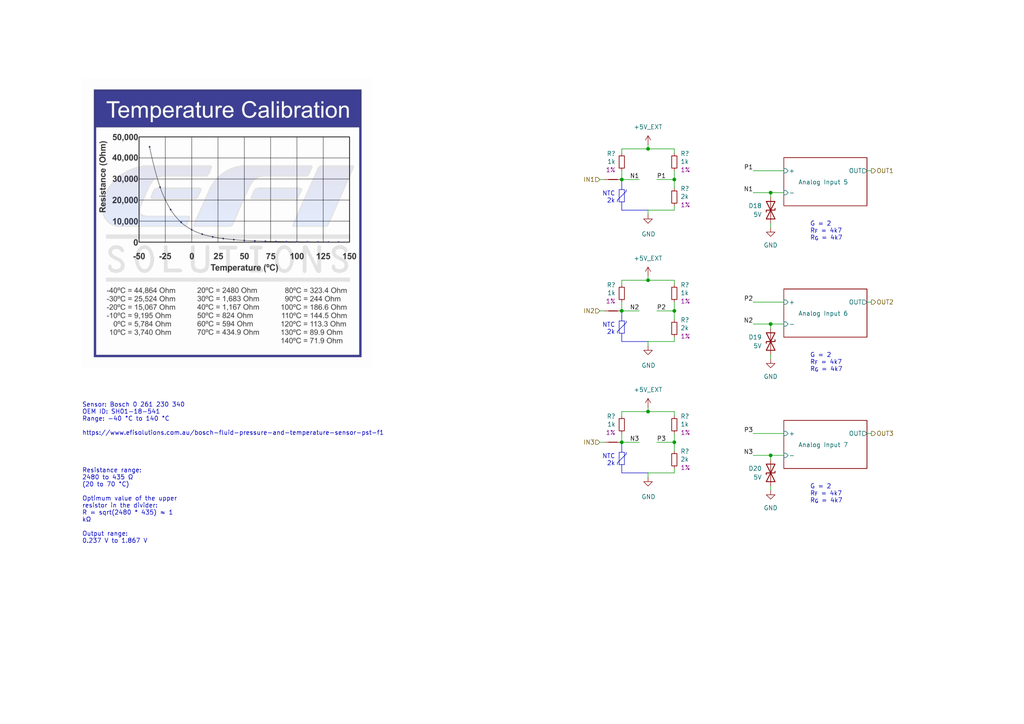
<source format=kicad_sch>
(kicad_sch (version 20230121) (generator eeschema)
  (paper "A4")
  (title_block (title "Temperature Sensors") (date "2024-04-28") (rev "${REVISION}") (company "Author: I. Kajdan") (comment 1 "Reviewer:"))
  (lib_symbols
    (symbol "Device:D_TVS" (pin_numbers hide) (pin_names (offset 1.016) hide)
      (property "Reference" "D" (at 0 2.54 0))
      (property "Value" "D_TVS" (at 0 -2.54 0))
      (symbol "D_TVS_0_1"
        (polyline (pts (xy 1.27 0) (xy -1.27 0)))
        (polyline (pts (xy 0.508 1.27) (xy 0 1.27) (xy 0 -1.27) (xy -0.508 -1.27)) (stroke (width 0.254)))
        (polyline (pts (xy -2.54 1.27) (xy -2.54 -1.27) (xy 2.54 1.27) (xy 2.54 -1.27) (xy -2.54 1.27)) (stroke (width 0.254)))
      )
      (symbol "D_TVS_1_1"
        (pin passive line (at -3.81 0 0) (length 2.54) (name "A1") (number "1"))
        (pin passive line (at 3.81 0 180) (length 2.54) (name "A2") (number "2"))
      )
    )
    (symbol "Device:NetTie_2" (pin_numbers hide) (pin_names (offset 0) hide) (in_bom no)
      (property "Reference" "NT" (at 0 1.27 0))
      (property "Value" "NetTie_2" (at 0 -1.27 0))
      (symbol "NetTie_2_0_1"
        (polyline (pts (xy -1.27 0) (xy 1.27 0)) (stroke (width 0.254)))
      )
      (symbol "NetTie_2_1_1"
        (pin passive line (at -2.54 0 0) (length 2.54) (name "1") (number "1"))
        (pin passive line (at 2.54 0 180) (length 2.54) (name "2") (number "2"))
      )
    )
    (symbol "Device:R_Small" (pin_numbers hide) (pin_names (offset 0.254) hide)
      (property "Reference" "R" (at 0.762 0.508 0))
      (property "Value" "R_Small" (at 0.762 -1.016 0))
      (symbol "R_Small_0_1"
        (rectangle (start -0.762 1.778) (end 0.762 -1.778) (stroke (width 0.2032)))
      )
      (symbol "R_Small_1_1"
        (pin passive line (at 0 2.54 270) (length 0.762) (name "~") (number "1"))
        (pin passive line (at 0 -2.54 90) (length 0.762) (name "~") (number "2"))
      )
    )
    (symbol "Power_Ports:+5V_EXT" (power) (pin_names (offset 0))
      (property "Value" "+5V_EXT" (at 0 5.08 0))
      (symbol "+5V_EXT_0_1"
        (polyline (pts (xy -0.762 1.27) (xy 0 2.54)))
        (polyline (pts (xy 0 0) (xy 0 2.54)))
        (polyline (pts (xy 0 2.54) (xy 0.762 1.27)))
      )
      (symbol "+5V_EXT_1_1"
        (pin power_in line (at 0 0 90) (length 0) hide (name "+5V_EXT") (number "1"))
      )
    )
    (symbol "power:GND" (power) (pin_names (offset 0))
      (property "Value" "GND" (at 0 -3.81 0))
      (symbol "GND_0_1"
        (polyline (pts (xy 0 0) (xy 0 -1.27) (xy 1.27 -1.27) (xy 0 -2.54) (xy -1.27 -1.27) (xy 0 -1.27)))
      )
      (symbol "GND_1_1"
        (pin power_in line (at 0 0 270) (length 0) hide (name "GND") (number "1"))
      )
    )
  )
  (junction (at 195.58 52.07))
  (junction (at 195.58 90.17))
  (junction (at 223.52 132.08))
  (junction (at 187.96 81.28))
  (junction (at 180.34 52.07))
  (junction (at 195.58 128.27))
  (junction (at 180.34 90.17))
  (junction (at 180.34 128.27))
  (junction (at 187.96 119.38))
  (junction (at 223.52 93.98))
  (junction (at 187.96 43.18))
  (junction (at 223.52 55.88))
  (wire (pts (xy 218.44 125.73) (xy 227.33 125.73)))
  (wire (pts (xy 195.58 97.79) (xy 195.58 99.06)))
  (wire (pts (xy 187.96 60.96) (xy 187.96 62.23)))
  (wire (pts (xy 195.58 128.27) (xy 190.5 128.27)))
  (wire (pts (xy 180.34 119.38) (xy 180.34 120.65)))
  (wire (pts (xy 180.34 90.17) (xy 185.42 90.17)))
  (wire (pts (xy 195.58 125.73) (xy 195.58 128.27)))
  (polyline (pts (xy 179.578 54.991) (xy 181.102 54.991)))
  (polyline (pts (xy 180.34 90.17) (xy 180.34 93.091)))
  (wire (pts (xy 195.58 43.18) (xy 195.58 44.45)))
  (polyline (pts (xy 179.578 131.191) (xy 179.578 134.747)))
  (wire (pts (xy 223.52 66.04) (xy 223.52 64.77)))
  (wire (pts (xy 223.52 55.88) (xy 223.52 57.15)))
  (polyline (pts (xy 179.578 93.091) (xy 179.578 96.647)))
  (wire (pts (xy 251.46 87.63) (xy 252.73 87.63)))
  (wire (pts (xy 180.34 128.27) (xy 185.42 128.27)))
  (wire (pts (xy 195.58 81.28) (xy 195.58 82.55)))
  (wire (pts (xy 180.34 43.18) (xy 180.34 44.45)))
  (wire (pts (xy 223.52 93.98) (xy 223.52 95.25)))
  (polyline (pts (xy 179.07 58.039) (xy 179.07 58.547)))
  (wire (pts (xy 187.96 60.96) (xy 195.58 60.96)))
  (wire (pts (xy 223.52 142.24) (xy 223.52 140.97)))
  (polyline (pts (xy 180.34 96.647) (xy 180.34 99.06)))
  (polyline (pts (xy 187.96 99.06) (xy 180.34 99.06)))
  (wire (pts (xy 180.34 81.28) (xy 180.34 82.55)))
  (polyline (pts (xy 181.61 93.091) (xy 181.61 93.599)))
  (polyline (pts (xy 180.34 58.547) (xy 180.34 60.96)))
  (polyline (pts (xy 181.61 131.191) (xy 181.61 131.699)))
  (polyline (pts (xy 180.34 52.07) (xy 180.34 54.991)))
  (wire (pts (xy 187.96 43.18) (xy 195.58 43.18)))
  (polyline (pts (xy 181.102 131.191) (xy 181.102 134.747)))
  (wire (pts (xy 187.96 99.06) (xy 195.58 99.06)))
  (wire (pts (xy 195.58 119.38) (xy 195.58 120.65)))
  (wire (pts (xy 173.99 52.07) (xy 175.26 52.07)))
  (wire (pts (xy 187.96 137.16) (xy 195.58 137.16)))
  (wire (pts (xy 187.96 99.06) (xy 187.96 100.33)))
  (polyline (pts (xy 179.578 54.991) (xy 179.578 58.547)))
  (polyline (pts (xy 179.07 134.239) (xy 179.07 134.747)))
  (wire (pts (xy 187.96 118.11) (xy 187.96 119.38)))
  (wire (pts (xy 195.58 49.53) (xy 195.58 52.07)))
  (polyline (pts (xy 181.61 131.699) (xy 179.07 134.239)))
  (wire (pts (xy 187.96 41.91) (xy 187.96 43.18)))
  (wire (pts (xy 223.52 132.08) (xy 227.33 132.08)))
  (polyline (pts (xy 181.102 134.747) (xy 179.578 134.747)))
  (wire (pts (xy 195.58 90.17) (xy 195.58 92.71)))
  (wire (pts (xy 180.34 81.28) (xy 187.96 81.28)))
  (wire (pts (xy 218.44 132.08) (xy 223.52 132.08)))
  (polyline (pts (xy 181.61 54.991) (xy 181.61 55.499)))
  (wire (pts (xy 223.52 132.08) (xy 223.52 133.35)))
  (polyline (pts (xy 179.07 96.139) (xy 179.07 96.647)))
  (wire (pts (xy 173.99 128.27) (xy 175.26 128.27)))
  (wire (pts (xy 195.58 90.17) (xy 190.5 90.17)))
  (wire (pts (xy 223.52 93.98) (xy 227.33 93.98)))
  (polyline (pts (xy 180.34 134.747) (xy 180.34 137.16)))
  (wire (pts (xy 180.34 87.63) (xy 180.34 90.17)))
  (wire (pts (xy 187.96 80.01) (xy 187.96 81.28)))
  (polyline (pts (xy 187.96 60.96) (xy 180.34 60.96)))
  (wire (pts (xy 195.58 128.27) (xy 195.58 130.81)))
  (wire (pts (xy 195.58 135.89) (xy 195.58 137.16)))
  (polyline (pts (xy 181.61 93.599) (xy 179.07 96.139)))
  (wire (pts (xy 218.44 55.88) (xy 223.52 55.88)))
  (polyline (pts (xy 179.578 93.091) (xy 181.102 93.091)))
  (polyline (pts (xy 180.34 128.27) (xy 180.34 131.191)))
  (wire (pts (xy 180.34 125.73) (xy 180.34 128.27)))
  (wire (pts (xy 180.34 49.53) (xy 180.34 52.07)))
  (wire (pts (xy 218.44 93.98) (xy 223.52 93.98)))
  (polyline (pts (xy 181.102 96.647) (xy 179.578 96.647)))
  (wire (pts (xy 218.44 87.63) (xy 227.33 87.63)))
  (wire (pts (xy 187.96 137.16) (xy 187.96 138.43)))
  (polyline (pts (xy 179.578 131.191) (xy 181.102 131.191)))
  (wire (pts (xy 180.34 43.18) (xy 187.96 43.18)))
  (wire (pts (xy 187.96 119.38) (xy 195.58 119.38)))
  (wire (pts (xy 223.52 104.14) (xy 223.52 102.87)))
  (wire (pts (xy 195.58 59.69) (xy 195.58 60.96)))
  (wire (pts (xy 251.46 125.73) (xy 252.73 125.73)))
  (polyline (pts (xy 181.102 54.991) (xy 181.102 58.547)))
  (wire (pts (xy 218.44 49.53) (xy 227.33 49.53)))
  (wire (pts (xy 195.58 52.07) (xy 195.58 54.61)))
  (polyline (pts (xy 181.102 93.091) (xy 181.102 96.647)))
  (wire (pts (xy 173.99 90.17) (xy 175.26 90.17)))
  (polyline (pts (xy 187.96 137.16) (xy 180.34 137.16)))
  (wire (pts (xy 195.58 87.63) (xy 195.58 90.17)))
  (wire (pts (xy 195.58 52.07) (xy 190.5 52.07)))
  (wire (pts (xy 223.52 55.88) (xy 227.33 55.88)))
  (polyline (pts (xy 181.102 58.547) (xy 179.578 58.547)))
  (wire (pts (xy 180.34 52.07) (xy 185.42 52.07)))
  (wire (pts (xy 251.46 49.53) (xy 252.73 49.53)))
  (polyline (pts (xy 181.61 55.499) (xy 179.07 58.039)))
  (wire (pts (xy 187.96 81.28) (xy 195.58 81.28)))
  (wire (pts (xy 180.34 119.38) (xy 187.96 119.38)))
  (image (at 66.04 64.77))
  (text_box "Resistance range:\n2480 to 435 Ω\n(20 to 70 °C)\n\nOptimum value of the upper resistor in the divider:\nR = sqrt(2480 * 435) ≈ 1 kΩ\n\nOutput range:\n0.237 V to 1.867 V" (at 22.86 134.62 0) (size 31.75 22.86) (stroke (width -0.0001)) (effects (font (size 1.27 1.27)) (justify left top)))
  (text_box "Sensor: Bosch 0 261 230 340\nOEM ID: SH01-18-541\nRange: -40 °C to 140 °C\n\nhttps://www.efisolutions.com.au/bosch-fluid-pressure-and-temperature-sensor-pst-f1" (at 22.86 115.57 0) (size 90.17 11.43) (stroke (width -0.0001)) (effects (font (size 1.27 1.27)) (justify left top)))
  (text "G = 2\nR_{F} = 4k7\nR_{G} = 4k7" (at 234.95 69.85 0) (effects (font (size 1.27 1.27)) (justify left bottom)))
  (text "G = 2\nR_{F} = 4k7\nR_{G} = 4k7" (at 234.95 146.05 0) (effects (font (size 1.27 1.27)) (justify left bottom)))
  (text "NTC\n2k" (at 178.435 59.055 0) (effects (font (size 1.27 1.27)) (justify right bottom)))
  (text "NTC\n2k" (at 178.435 97.155 0) (effects (font (size 1.27 1.27)) (justify right bottom)))
  (text "G = 2\nR_{F} = 4k7\nR_{G} = 4k7" (at 234.95 107.95 0) (effects (font (size 1.27 1.27)) (justify left bottom)))
  (text "NTC\n2k" (at 178.435 135.255 0) (effects (font (size 1.27 1.27)) (justify right bottom)))
  (label "N3" (at 218.44 132.08 180))
  (label "N3" (at 185.42 128.27 180))
  (label "N2" (at 185.42 90.17 180))
  (label "P2" (at 190.5 90.17 0))
  (label "N2" (at 218.44 93.98 180))
  (label "N1" (at 218.44 55.88 180))
  (label "N1" (at 185.42 52.07 180))
  (label "P1" (at 218.44 49.53 180))
  (label "P3" (at 190.5 128.27 0))
  (label "P2" (at 218.44 87.63 180))
  (label "P3" (at 218.44 125.73 180))
  (label "P1" (at 190.5 52.07 0))
  (hierarchical_label "OUT3" (shape output) (at 252.73 125.73 0))
  (hierarchical_label "IN3" (shape input) (at 173.99 128.27 180))
  (hierarchical_label "OUT1" (shape output) (at 252.73 49.53 0))
  (hierarchical_label "IN2" (shape input) (at 173.99 90.17 180))
  (hierarchical_label "OUT2" (shape output) (at 252.73 87.63 0))
  (hierarchical_label "IN1" (shape input) (at 173.99 52.07 180))
  (symbol (lib_id "Device:R_Small") (at 195.58 123.19 0) (unit 1)
    (property "Reference" "R?" (at 197.358 120.7516 0) (effects (justify left)))
    (property "Value" "1k" (at 197.358 123.063 0) (effects (justify left)))
    (property "Footprint" "Resistor_SMD:R_0603_1608Metric" (effects hide))
    (property "Tolerance" "1%" (at 197.358 125.476 0) (effects (justify left)))
    (instances (project "Traction_Control_System" (path "" (reference "R?") (unit 1)) (path "" (reference "R?") (unit 1)) (path "" (reference "R?") (unit 1)) (path "" (reference "R?") (unit 1)) (path "" (reference "R?") (unit 1)) (path "" (reference "R?") (unit 1))) (project "rearbox" (path "" (reference "R100") (unit 1))))
  )
  (symbol (lib_id "Device:R_Small") (at 180.34 123.19 0) (mirror y) (unit 1)
    (property "Reference" "R?" (at 178.562 120.7516 0) (effects (justify left)))
    (property "Value" "1k" (at 178.562 123.063 0) (effects (justify left)))
    (property "Footprint" "Resistor_SMD:R_0603_1608Metric" (effects hide))
    (property "Tolerance" "1%" (at 178.562 125.476 0) (effects (justify left)))
    (instances (project "Traction_Control_System" (path "" (reference "R?") (unit 1)) (path "" (reference "R?") (unit 1)) (path "" (reference "R?") (unit 1)) (path "" (reference "R?") (unit 1)) (path "" (reference "R?") (unit 1)) (path "" (reference "R?") (unit 1))) (project "rearbox" (path "" (reference "R95") (unit 1))))
  )
  (symbol (lib_id "power:GND") (at 223.52 66.04 0) (unit 1)
    (property "Reference" "#PWR0197" (effects hide))
    (property "Value" "GND" (at 223.52 71.12 0))
  )
  (symbol (lib_id "Device:NetTie_2") (at 177.8 128.27 0) (unit 1) (in_bom no)
    (property "Reference" "NT3" (effects hide))
    (property "Value" "NetTie_2" (effects hide))
    (property "Footprint" "Local_Library:NetTie-2_SMD_Pad0.2mm" (effects hide))
  )
  (symbol (lib_id "Power_Ports:+5V_EXT") (at 187.96 118.11 0) (unit 1)
    (property "Reference" "#PWR0195" (effects hide))
    (property "Value" "+5V_EXT" (at 187.96 113.03 0))
  )
  (symbol (lib_id "Device:R_Small") (at 180.34 85.09 0) (mirror y) (unit 1)
    (property "Reference" "R?" (at 178.562 82.6516 0) (effects (justify left)))
    (property "Value" "1k" (at 178.562 84.963 0) (effects (justify left)))
    (property "Footprint" "Resistor_SMD:R_0603_1608Metric" (effects hide))
    (property "Tolerance" "1%" (at 178.562 87.376 0) (effects (justify left)))
    (instances (project "Traction_Control_System" (path "" (reference "R?") (unit 1)) (path "" (reference "R?") (unit 1)) (path "" (reference "R?") (unit 1)) (path "" (reference "R?") (unit 1)) (path "" (reference "R?") (unit 1)) (path "" (reference "R?") (unit 1))) (project "rearbox" (path "" (reference "R94") (unit 1))))
  )
  (symbol (lib_id "Device:R_Small") (at 195.58 85.09 0) (unit 1)
    (property "Reference" "R?" (at 197.358 82.6516 0) (effects (justify left)))
    (property "Value" "1k" (at 197.358 84.963 0) (effects (justify left)))
    (property "Footprint" "Resistor_SMD:R_0603_1608Metric" (effects hide))
    (property "Tolerance" "1%" (at 197.358 87.376 0) (effects (justify left)))
    (instances (project "Traction_Control_System" (path "" (reference "R?") (unit 1)) (path "" (reference "R?") (unit 1)) (path "" (reference "R?") (unit 1)) (path "" (reference "R?") (unit 1)) (path "" (reference "R?") (unit 1)) (path "" (reference "R?") (unit 1))) (project "rearbox" (path "" (reference "R98") (unit 1))))
  )
  (symbol (lib_id "power:GND") (at 187.96 62.23 0) (unit 1)
    (property "Reference" "#PWR?" (effects hide))
    (property "Value" "GND" (at 188.087 67.8942 0))
    (instances (project "Traction_Control_System" (path "" (reference "#PWR?") (unit 1)) (path "" (reference "#PWR?") (unit 1)) (path "" (reference "#PWR?") (unit 1)) (path "" (reference "#PWR?") (unit 1)) (path "" (reference "#PWR?") (unit 1)) (path "" (reference "#PWR?") (unit 1))) (project "rearbox" (path "" (reference "#PWR0192") (unit 1))))
  )
  (symbol (lib_id "power:GND") (at 187.96 138.43 0) (unit 1)
    (property "Reference" "#PWR?" (effects hide))
    (property "Value" "GND" (at 188.087 144.0942 0))
    (instances (project "Traction_Control_System" (path "" (reference "#PWR?") (unit 1)) (path "" (reference "#PWR?") (unit 1)) (path "" (reference "#PWR?") (unit 1)) (path "" (reference "#PWR?") (unit 1)) (path "" (reference "#PWR?") (unit 1)) (path "" (reference "#PWR?") (unit 1))) (project "rearbox" (path "" (reference "#PWR0196") (unit 1))))
  )
  (symbol (lib_id "power:GND") (at 223.52 104.14 0) (unit 1)
    (property "Reference" "#PWR0198" (effects hide))
    (property "Value" "GND" (at 223.52 109.22 0))
  )
  (symbol (lib_id "Device:R_Small") (at 195.58 57.15 0) (unit 1)
    (property "Reference" "R?" (at 197.358 54.7116 0) (effects (justify left)))
    (property "Value" "2k" (at 197.358 57.023 0) (effects (justify left)))
    (property "Footprint" "Resistor_SMD:R_0603_1608Metric" (effects hide))
    (property "Tolerance" "1%" (at 197.358 59.436 0) (effects (justify left)))
    (instances (project "Traction_Control_System" (path "" (reference "R?") (unit 1)) (path "" (reference "R?") (unit 1)) (path "" (reference "R?") (unit 1)) (path "" (reference "R?") (unit 1)) (path "" (reference "R?") (unit 1)) (path "" (reference "R?") (unit 1))) (project "rearbox" (path "" (reference "R97") (unit 1))))
  )
  (symbol (lib_id "power:GND") (at 187.96 100.33 0) (unit 1)
    (property "Reference" "#PWR?" (effects hide))
    (property "Value" "GND" (at 188.087 105.9942 0))
    (instances (project "Traction_Control_System" (path "" (reference "#PWR?") (unit 1)) (path "" (reference "#PWR?") (unit 1)) (path "" (reference "#PWR?") (unit 1)) (path "" (reference "#PWR?") (unit 1)) (path "" (reference "#PWR?") (unit 1)) (path "" (reference "#PWR?") (unit 1))) (project "rearbox" (path "" (reference "#PWR0194") (unit 1))))
  )
  (symbol (lib_id "Device:NetTie_2") (at 177.8 90.17 0) (unit 1) (in_bom no)
    (property "Reference" "NT2" (effects hide))
    (property "Value" "NetTie_2" (effects hide))
    (property "Footprint" "Local_Library:NetTie-2_SMD_Pad0.2mm" (effects hide))
  )
  (symbol (lib_id "Device:D_TVS") (at 223.52 137.16 270) (mirror x) (unit 1)
    (property "Reference" "D20" (at 220.98 135.89 90) (effects (justify right)))
    (property "Value" "5V" (at 220.98 138.43 90) (effects (justify right)))
    (property "Footprint" "Diode_SMD:D_SOD-523" (effects hide))
    (property "Datasheet" "https://www.mouser.pl/datasheet/2/916/PESD5V0V1BB_Q-3081435.pdf" (effects hide))
    (property "Component" "PESD5V0V1BB-QX" (effects hide))
  )
  (symbol (lib_id "Device:R_Small") (at 195.58 46.99 0) (unit 1)
    (property "Reference" "R?" (at 197.358 44.5516 0) (effects (justify left)))
    (property "Value" "1k" (at 197.358 46.863 0) (effects (justify left)))
    (property "Footprint" "Resistor_SMD:R_0603_1608Metric" (effects hide))
    (property "Tolerance" "1%" (at 197.358 49.276 0) (effects (justify left)))
    (instances (project "Traction_Control_System" (path "" (reference "R?") (unit 1)) (path "" (reference "R?") (unit 1)) (path "" (reference "R?") (unit 1)) (path "" (reference "R?") (unit 1)) (path "" (reference "R?") (unit 1)) (path "" (reference "R?") (unit 1))) (project "rearbox" (path "" (reference "R96") (unit 1))))
  )
  (symbol (lib_id "Power_Ports:+5V_EXT") (at 187.96 80.01 0) (unit 1)
    (property "Reference" "#PWR0193" (effects hide))
    (property "Value" "+5V_EXT" (at 187.96 74.93 0))
  )
  (symbol (lib_id "Device:D_TVS") (at 223.52 60.96 270) (mirror x) (unit 1)
    (property "Reference" "D18" (at 220.98 59.69 90) (effects (justify right)))
    (property "Value" "5V" (at 220.98 62.23 90) (effects (justify right)))
    (property "Footprint" "Diode_SMD:D_SOD-523" (effects hide))
    (property "Datasheet" "https://www.mouser.pl/datasheet/2/916/PESD5V0V1BB_Q-3081435.pdf" (effects hide))
    (property "Component" "PESD5V0V1BB-QX" (effects hide))
  )
  (symbol (lib_id "Device:R_Small") (at 195.58 133.35 0) (unit 1)
    (property "Reference" "R?" (at 197.358 130.9116 0) (effects (justify left)))
    (property "Value" "2k" (at 197.358 133.223 0) (effects (justify left)))
    (property "Footprint" "Resistor_SMD:R_0603_1608Metric" (effects hide))
    (property "Tolerance" "1%" (at 197.358 135.636 0) (effects (justify left)))
    (instances (project "Traction_Control_System" (path "" (reference "R?") (unit 1)) (path "" (reference "R?") (unit 1)) (path "" (reference "R?") (unit 1)) (path "" (reference "R?") (unit 1)) (path "" (reference "R?") (unit 1)) (path "" (reference "R?") (unit 1))) (project "rearbox" (path "" (reference "R101") (unit 1))))
  )
  (symbol (lib_id "Device:NetTie_2") (at 177.8 52.07 0) (unit 1) (in_bom no)
    (property "Reference" "NT1" (effects hide))
    (property "Value" "NetTie_2" (effects hide))
    (property "Footprint" "Local_Library:NetTie-2_SMD_Pad0.2mm" (effects hide))
  )
  (symbol (lib_id "Device:D_TVS") (at 223.52 99.06 270) (mirror x) (unit 1)
    (property "Reference" "D19" (at 220.98 97.79 90) (effects (justify right)))
    (property "Value" "5V" (at 220.98 100.33 90) (effects (justify right)))
    (property "Footprint" "Diode_SMD:D_SOD-523" (effects hide))
    (property "Datasheet" "https://www.mouser.pl/datasheet/2/916/PESD5V0V1BB_Q-3081435.pdf" (effects hide))
    (property "Component" "PESD5V0V1BB-QX" (effects hide))
  )
  (symbol (lib_id "Device:R_Small") (at 195.58 95.25 0) (unit 1)
    (property "Reference" "R?" (at 197.358 92.8116 0) (effects (justify left)))
    (property "Value" "2k" (at 197.358 95.123 0) (effects (justify left)))
    (property "Footprint" "Resistor_SMD:R_0603_1608Metric" (effects hide))
    (property "Tolerance" "1%" (at 197.358 97.536 0) (effects (justify left)))
    (instances (project "Traction_Control_System" (path "" (reference "R?") (unit 1)) (path "" (reference "R?") (unit 1)) (path "" (reference "R?") (unit 1)) (path "" (reference "R?") (unit 1)) (path "" (reference "R?") (unit 1)) (path "" (reference "R?") (unit 1))) (project "rearbox" (path "" (reference "R99") (unit 1))))
  )
  (symbol (lib_id "Device:R_Small") (at 180.34 46.99 0) (mirror y) (unit 1)
    (property "Reference" "R?" (at 178.562 44.5516 0) (effects (justify left)))
    (property "Value" "1k" (at 178.562 46.863 0) (effects (justify left)))
    (property "Footprint" "Resistor_SMD:R_0603_1608Metric" (effects hide))
    (property "Tolerance" "1%" (at 178.562 49.276 0) (effects (justify left)))
    (instances (project "Traction_Control_System" (path "" (reference "R?") (unit 1)) (path "" (reference "R?") (unit 1)) (path "" (reference "R?") (unit 1)) (path "" (reference "R?") (unit 1)) (path "" (reference "R?") (unit 1)) (path "" (reference "R?") (unit 1))) (project "rearbox" (path "" (reference "R93") (unit 1))))
  )
  (symbol (lib_id "Power_Ports:+5V_EXT") (at 187.96 41.91 0) (unit 1)
    (property "Reference" "#PWR0191" (effects hide))
    (property "Value" "+5V_EXT" (at 187.96 36.83 0))
  )
  (symbol (lib_id "power:GND") (at 223.52 142.24 0) (unit 1)
    (property "Reference" "#PWR0199" (effects hide))
    (property "Value" "GND" (at 223.52 147.32 0))
  )
  (sheet (at 227.33 121.92) (size 24.13 13.97) (stroke (width 0.1524))
    (property "Sheetname" "Analog Input 7" (at 238.76 128.27 0) (effects (justify top)))
    (property "Sheetfile" "analog_input.kicad_sch" (effects hide))
    (pin "+" input (at 227.33 125.73 180))
    (pin "OUT" output (at 251.46 125.73 0))
    (pin "-" input (at 227.33 132.08 180))
  )
  (sheet (at 227.33 45.72) (size 24.13 13.97) (stroke (width 0.1524))
    (property "Sheetname" "Analog Input 5" (at 238.76 52.07 0) (effects (justify top)))
    (property "Sheetfile" "analog_input.kicad_sch" (effects hide))
    (pin "+" input (at 227.33 49.53 180))
    (pin "OUT" output (at 251.46 49.53 0))
    (pin "-" input (at 227.33 55.88 180))
  )
  (sheet (at 227.33 83.82) (size 24.13 13.97) (stroke (width 0.1524))
    (property "Sheetname" "Analog Input 6" (at 238.76 90.17 0) (effects (justify top)))
    (property "Sheetfile" "analog_input.kicad_sch" (effects hide))
    (pin "+" input (at 227.33 87.63 180))
    (pin "OUT" output (at 251.46 87.63 0))
    (pin "-" input (at 227.33 93.98 180))
  )
)
</source>
